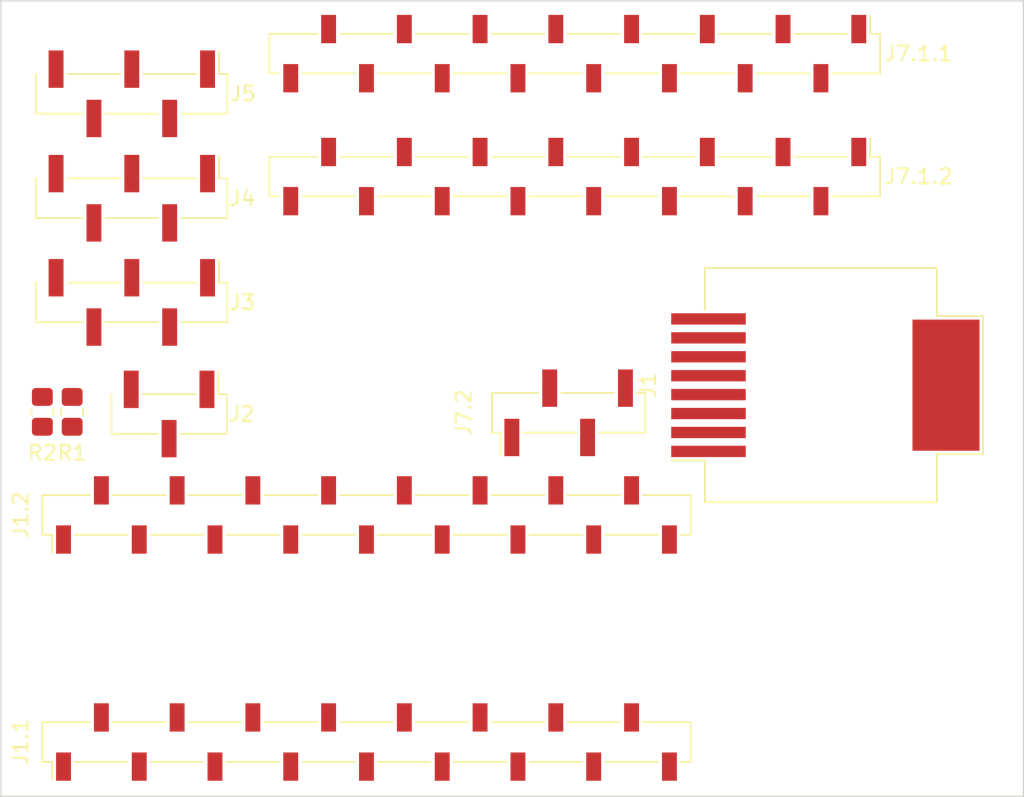
<source format=kicad_pcb>
(kicad_pcb (version 20240108) (generator "pcbnew") (generator_version "8.0")
  (title_block (date "sam. 04 avril 2015"))
  (layers (0 "F.Cu" signal) (31 "B.Cu" signal) (34 "B.Paste" user) (35 "F.Paste" user) (36 "B.SilkS" user "B.Silkscreen") (37 "F.SilkS" user "F.Silkscreen") (38 "B.Mask" user) (39 "F.Mask" user) (44 "Edge.Cuts" user))
  (net 0 "")
  (net 1 "/*D13")
  (net 2 "GND")
  (net 3 "/~{RESET}")
  (net 4 "VCC")
  (net 5 "/D14{slash}MISO")
  (net 6 "/D15{slash}SCK")
  (net 7 "/D12")
  (net 8 "/*D11")
  (net 9 "/*D10")
  (net 10 "/*D9")
  (net 11 "/D8")
  (net 12 "/D7")
  (net 13 "/*D6")
  (net 14 "/*D5")
  (net 15 "/D4")
  (net 16 "/*D3{slash}SCL")
  (net 17 "+5V")
  (net 18 "/A5")
  (net 19 "/A4")
  (net 20 "/A3")
  (net 21 "/A2")
  (net 22 "/A1")
  (net 23 "/A0")
  (net 24 "/AREF")
  (net 25 "/D2{slash}SDA")
  (net 26 "/B")
  (net 27 "/A")
  (net 28 "/D17{slash}SS")
  (net 29 "/D16{slash}MOSI")
  (net 30 "+3V3")
  (net 31 "/Z")
  (net 34 "Net-(J7.1.1-Pin_2)")
  (net 35 "Net-(J7.1.1-Pin_15)")
  (net 36 "Net-(J7.1.1-Pin_10)")
  (net 37 "Net-(J7.1.1-Pin_5)")
  (net 38 "Net-(J7.1.1-Pin_12)")
  (net 39 "Net-(J7.1.1-Pin_16)")
  (net 40 "Net-(J7.1.1-Pin_11)")
  (net 41 "Net-(J7.1.1-Pin_6)")
  (net 42 "Net-(J7.1.1-Pin_4)")
  (net 43 "Net-(J7.1.1-Pin_1)")
  (net 44 "Net-(J7.1.1-Pin_14)")
  (net 45 "Net-(J7.1.1-Pin_13)")
  (net 46 "Net-(J7.1.1-Pin_8)")
  (net 47 "Net-(J7.1.1-Pin_7)")
  (net 48 "Net-(J7.1.1-Pin_9)")
  (net 49 "Net-(J7.1.1-Pin_3)")
  (footprint "Connector_PinSocket_2.54mm:PinSocket_1x17_P2.54mm_Vertical_SMD_Pin1Left" (layer "F.Cu") (at 124.53 81.11 90)
    (property "Reference" "J1.2" (at 0 -23.19 90) (layer "F.SilkS"))
    (property "Value" "Analog")
    (fp_line (start 1.33 -21.75) (end 1.33 -18.54) (stroke (width 0.12)) (layer "F.SilkS"))
    (fp_line (start -1.33 -21.75) (end 1.33 -21.75) (stroke (width 0.12)) (layer "F.SilkS"))
    (fp_line (start -1.33 -21.75) (end -1.33 -21.08) (stroke (width 0.12)) (layer "F.SilkS"))
    (fp_line (start -2.54 -21.08) (end -1.33 -21.08) (stroke (width 0.12)) (layer "F.SilkS"))
    (fp_line (start -1.33 -19.56) (end -1.33 -16) (stroke (width 0.12)) (layer "F.SilkS"))
    (fp_line (start 1.33 -17.02) (end 1.33 -13.46) (stroke (width 0.12)) (layer "F.SilkS"))
    (fp_line (start -1.33 -14.48) (end -1.33 -10.92) (stroke (width 0.12)) (layer "F.SilkS"))
    (fp_line (start 1.33 -11.94) (end 1.33 -8.38) (stroke (width 0.12)) (layer "F.SilkS"))
    (fp_line (start -1.33 -9.4) (end -1.33 -5.84) (stroke (width 0.12)) (layer "F.SilkS"))
    (fp_line (start 1.33 -6.86) (end 1.33 -3.3) (stroke (width 0.12)) (layer "F.SilkS"))
    (fp_line (start -1.33 -4.32) (end -1.33 -0.76) (stroke (width 0.12)) (layer "F.SilkS"))
    (fp_line (start 1.33 -1.78) (end 1.33 1.78) (stroke (width 0.12)) (layer "F.SilkS"))
    (fp_line (start -1.33 0.76) (end -1.33 4.32) (stroke (width 0.12)) (layer "F.SilkS"))
    (fp_line (start 1.33 3.3) (end 1.33 6.86) (stroke (width 0.12)) (layer "F.SilkS"))
    (fp_line (start -1.33 5.84) (end -1.33 9.4) (stroke (width 0.12)) (layer "F.SilkS"))
    (fp_line (start 1.33 8.38) (end 1.33 11.94) (stroke (width 0.12)) (layer "F.SilkS"))
    (fp_line (start -1.33 10.92) (end -1.33 14.48) (stroke (width 0.12)) (layer "F.SilkS"))
    (fp_line (start 1.33 13.46) (end 1.33 17.02) (stroke (width 0.12)) (layer "F.SilkS"))
    (fp_line (start -1.33 16) (end -1.33 19.56) (stroke (width 0.12)) (layer "F.SilkS"))
    (fp_line (start 1.33 18.54) (end 1.33 21.75) (stroke (width 0.12)) (layer "F.SilkS"))
    (fp_line (start -1.33 21.08) (end -1.33 21.75) (stroke (width 0.12)) (layer "F.SilkS"))
    (fp_line (start -1.33 21.75) (end 1.33 21.75) (stroke (width 0.12)) (layer "F.SilkS"))
    (pad "1" smd rect (at -1.65 -20.32 90) (size 1.9 1) (layers "F.Cu" "F.Paste" "F.Mask") (net 1 "/*D13"))
    (pad "2" smd rect (at 1.65 -17.78 90) (size 1.9 1) (layers "F.Cu" "F.Paste" "F.Mask") (net 30 "+3V3"))
    (pad "3" smd rect (at -1.65 -15.24 90) (size 1.9 1) (layers "F.Cu" "F.Paste" "F.Mask") (net 24 "/AREF"))
    (pad "4" smd rect (at 1.65 -12.7 90) (size 1.9 1) (layers "F.Cu" "F.Paste" "F.Mask") (net 23 "/A0"))
    (pad "5" smd rect (at -1.65 -10.16 90) (size 1.9 1) (layers "F.Cu" "F.Paste" "F.Mask") (net 22 "/A1"))
    (pad "6" smd rect (at 1.65 -7.62 90) (size 1.9 1) (layers "F.Cu" "F.Paste" "F.Mask") (net 21 "/A2"))
    (pad "7" smd rect (at -1.65 -5.08 90) (size 1.9 1) (layers "F.Cu" "F.Paste" "F.Mask") (net 20 "/A3"))
    (pad "8" smd rect (at 1.65 -2.54 90) (size 1.9 1) (layers "F.Cu" "F.Paste" "F.Mask") (net 19 "/A4"))
    (pad "9" smd rect (at -1.65 0 90) (size 1.9 1) (layers "F.Cu" "F.Paste" "F.Mask") (net 18 "/A5"))
    (pad "10" smd rect (at 1.65 2.54 90) (size 1.9 1) (layers "F.Cu" "F.Paste" "F.Mask"))
    (pad "11" smd rect (at -1.65 5.08 90) (size 1.9 1) (layers "F.Cu" "F.Paste" "F.Mask"))
    (pad "12" smd rect (at 1.65 7.62 90) (size 1.9 1) (layers "F.Cu" "F.Paste" "F.Mask") (net 17 "+5V"))
    (pad "13" smd rect (at -1.65 10.16 90) (size 1.9 1) (layers "F.Cu" "F.Paste" "F.Mask") (net 3 "/~{RESET}"))
    (pad "14" smd rect (at 1.65 12.7 90) (size 1.9 1) (layers "F.Cu" "F.Paste" "F.Mask") (net 2 "GND"))
    (pad "15" smd rect (at -1.65 15.24 90) (size 1.9 1) (layers "F.Cu" "F.Paste" "F.Mask") (net 4 "VCC"))
    (pad "16" smd rect (at 1.65 17.78 90) (size 1.9 1) (layers "F.Cu" "F.Paste" "F.Mask") (net 5 "/D14{slash}MISO"))
    (pad "17" smd rect (at -1.65 20.32 90) (size 1.9 1) (layers "F.Cu" "F.Paste" "F.Mask") (net 6 "/D15{slash}SCK"))
  )
  (footprint "Connector_PinSocket_2.54mm:PinSocket_1x17_P2.54mm_Vertical_SMD_Pin1Left" (layer "F.Cu") (at 124.53 96.35 90)
    (property "Reference" "J1.1" (at 0 -23.19 90) (layer "F.SilkS"))
    (property "Value" "Digital")
    (fp_line (start 1.33 -21.75) (end 1.33 -18.54) (stroke (width 0.12)) (layer "F.SilkS"))
    (fp_line (start -1.33 -21.75) (end 1.33 -21.75) (stroke (width 0.12)) (layer "F.SilkS"))
    (fp_line (start -1.33 -21.75) (end -1.33 -21.08) (stroke (width 0.12)) (layer "F.SilkS"))
    (fp_line (start -2.54 -21.08) (end -1.33 -21.08) (stroke (width 0.12)) (layer "F.SilkS"))
    (fp_line (start -1.33 -19.56) (end -1.33 -16) (stroke (width 0.12)) (layer "F.SilkS"))
    (fp_line (start 1.33 -17.02) (end 1.33 -13.46) (stroke (width 0.12)) (layer "F.SilkS"))
    (fp_line (start -1.33 -14.48) (end -1.33 -10.92) (stroke (width 0.12)) (layer "F.SilkS"))
    (fp_line (start 1.33 -11.94) (end 1.33 -8.38) (stroke (width 0.12)) (layer "F.SilkS"))
    (fp_line (start -1.33 -9.4) (end -1.33 -5.84) (stroke (width 0.12)) (layer "F.SilkS"))
    (fp_line (start 1.33 -6.86) (end 1.33 -3.3) (stroke (width 0.12)) (layer "F.SilkS"))
    (fp_line (start -1.33 -4.32) (end -1.33 -0.76) (stroke (width 0.12)) (layer "F.SilkS"))
    (fp_line (start 1.33 -1.78) (end 1.33 1.78) (stroke (width 0.12)) (layer "F.SilkS"))
    (fp_line (start -1.33 0.76) (end -1.33 4.32) (stroke (width 0.12)) (layer "F.SilkS"))
    (fp_line (start 1.33 3.3) (end 1.33 6.86) (stroke (width 0.12)) (layer "F.SilkS"))
    (fp_line (start -1.33 5.84) (end -1.33 9.4) (stroke (width 0.12)) (layer "F.SilkS"))
    (fp_line (start 1.33 8.38) (end 1.33 11.94) (stroke (width 0.12)) (layer "F.SilkS"))
    (fp_line (start -1.33 10.92) (end -1.33 14.48) (stroke (width 0.12)) (layer "F.SilkS"))
    (fp_line (start 1.33 13.46) (end 1.33 17.02) (stroke (width 0.12)) (layer "F.SilkS"))
    (fp_line (start -1.33 16) (end -1.33 19.56) (stroke (width 0.12)) (layer "F.SilkS"))
    (fp_line (start 1.33 18.54) (end 1.33 21.75) (stroke (width 0.12)) (layer "F.SilkS"))
    (fp_line (start -1.33 21.08) (end -1.33 21.75) (stroke (width 0.12)) (layer "F.SilkS"))
    (fp_line (start -1.33 21.75) (end 1.33 21.75) (stroke (width 0.12)) (layer "F.SilkS"))
    (pad "1" smd rect (at -1.65 -20.32 90) (size 1.9 1) (layers "F.Cu" "F.Paste" "F.Mask") (net 7 "/D12"))
    (pad "2" smd rect (at 1.65 -17.78 90) (size 1.9 1) (layers "F.Cu" "F.Paste" "F.Mask") (net 8 "/*D11"))
    (pad "3" smd rect (at -1.65 -15.24 90) (size 1.9 1) (layers "F.Cu" "F.Paste" "F.Mask") (net 9 "/*D10"))
    (pad "4" smd rect (at 1.65 -12.7 90) (size 1.9 1) (layers "F.Cu" "F.Paste" "F.Mask") (net 10 "/*D9"))
    (pad "5" smd rect (at -1.65 -10.16 90) (size 1.9 1) (layers "F.Cu" "F.Paste" "F.Mask") (net 11 "/D8"))
    (pad "6" smd rect (at 1.65 -7.62 90) (size 1.9 1) (layers "F.Cu" "F.Paste" "F.Mask") (net 12 "/D7"))
    (pad "7" smd rect (at -1.65 -5.08 90) (size 1.9 1) (layers "F.Cu" "F.Paste" "F.Mask") (net 13 "/*D6"))
    (pad "8" smd rect (at 1.65 -2.54 90) (size 1.9 1) (layers "F.Cu" "F.Paste" "F.Mask") (net 14 "/*D5"))
    (pad "9" smd rect (at -1.65 0 90) (size 1.9 1) (layers "F.Cu" "F.Paste" "F.Mask") (net 15 "/D4"))
    (pad "10" smd rect (at 1.65 2.54 90) (size 1.9 1) (layers "F.Cu" "F.Paste" "F.Mask") (net 16 "/*D3{slash}SCL"))
    (pad "11" smd rect (at -1.65 5.08 90) (size 1.9 1) (layers "F.Cu" "F.Paste" "F.Mask") (net 25 "/D2{slash}SDA"))
    (pad "12" smd rect (at 1.65 7.62 90) (size 1.9 1) (layers "F.Cu" "F.Paste" "F.Mask") (net 2 "GND"))
    (pad "13" smd rect (at -1.65 10.16 90) (size 1.9 1) (layers "F.Cu" "F.Paste" "F.Mask") (net 3 "/~{RESET}"))
    (pad "14" smd rect (at 1.65 12.7 90) (size 1.9 1) (layers "F.Cu" "F.Paste" "F.Mask") (net 27 "/A"))
    (pad "15" smd rect (at -1.65 15.24 90) (size 1.9 1) (layers "F.Cu" "F.Paste" "F.Mask") (net 26 "/B"))
    (pad "16" smd rect (at 1.65 17.78 90) (size 1.9 1) (layers "F.Cu" "F.Paste" "F.Mask") (net 28 "/D17{slash}SS"))
    (pad "17" smd rect (at -1.65 20.32 90) (size 1.9 1) (layers "F.Cu" "F.Paste" "F.Mask") (net 29 "/D16{slash}MOSI"))
  )
  (footprint "Resistor_SMD:R_0805_2012Metric_Pad1.20x1.40mm_HandSolder" (layer "F.Cu") (at 102.79 74.19 90)
    (property "Reference" "R2" (at -2.75 0 0) (layer "F.SilkS"))
    (property "Value" "1k")
    (fp_line (start -0.227064 -0.735) (end 0.227064 -0.735) (stroke (width 0.12)) (layer "F.SilkS"))
    (fp_line (start -0.227064 0.735) (end 0.227064 0.735) (stroke (width 0.12)) (layer "F.SilkS"))
    (pad "1" smd roundrect (at -1 0 90) (size 1.2 1.4) (layers "F.Cu" "F.Paste" "F.Mask") (roundrect_rratio 0.208333) (net 17 "+5V"))
    (pad "2" smd roundrect (at 1 0 90) (size 1.2 1.4) (layers "F.Cu" "F.Paste" "F.Mask") (roundrect_rratio 0.208333) (net 26 "/B"))
  )
  (footprint "Connector_PinHeader_2.54mm:PinHeader_1x03_P2.54mm_Vertical_SMD_Pin1Left" (layer "F.Cu") (at 111.29 74.335 -90)
    (property "Reference" "J2" (at 0 -4.87 180) (layer "F.SilkS"))
    (property "Value" "Handbrake")
    (fp_line (start -1.33 3.87) (end 1.33 3.87) (stroke (width 0.12)) (layer "F.SilkS"))
    (fp_line (start 1.33 3.3) (end 1.33 3.87) (stroke (width 0.12)) (layer "F.SilkS"))
    (fp_line (start 1.33 0.76) (end 1.33 3.87) (stroke (width 0.12)) (layer "F.SilkS"))
    (fp_line (start -1.33 -1.78) (end -1.33 1.78) (stroke (width 0.12)) (layer "F.SilkS"))
    (fp_line (start -1.33 -3.3) (end -2.85 -3.3) (stroke (width 0.12)) (layer "F.SilkS"))
    (fp_line (start -1.33 -3.87) (end -1.33 -3.3) (stroke (width 0.12)) (layer "F.SilkS"))
    (fp_line (start -1.33 -3.87) (end 1.33 -3.87) (stroke (width 0.12)) (layer "F.SilkS"))
    (fp_line (start 1.33 -3.87) (end 1.33 -0.76) (stroke (width 0.12)) (layer "F.SilkS"))
    (pad "1" smd rect (at -1.655 -2.54 270) (size 2.51 1) (layers "F.Cu" "F.Paste" "F.Mask") (net 2 "GND"))
    (pad "2" smd rect (at 1.655 0 270) (size 2.51 1) (layers "F.Cu" "F.Paste" "F.Mask") (net 17 "+5V"))
    (pad "3" smd rect (at -1.655 2.54 270) (size 2.51 1) (layers "F.Cu" "F.Paste" "F.Mask") (net 20 "/A3"))
  )
  (footprint "Connector_PinHeader_2.54mm:PinHeader_1x05_P2.54mm_Vertical_SMD_Pin1Left" (layer "F.Cu") (at 108.79 66.845 -90)
    (property "Reference" "J3" (at 0 -7.41 180) (layer "F.SilkS"))
    (property "Value" "Encoder")
    (fp_line (start -1.33 6.41) (end 1.33 6.41) (stroke (width 0.12)) (layer "F.SilkS"))
    (fp_line (start 1.33 5.84) (end 1.33 6.41) (stroke (width 0.12)) (layer "F.SilkS"))
    (fp_line (start 1.33 3.3) (end 1.33 6.41) (stroke (width 0.12)) (layer "F.SilkS"))
    (fp_line (start -1.33 0.76) (end -1.33 4.32) (stroke (width 0.12)) (layer "F.SilkS"))
    (fp_line (start 1.33 -1.78) (end 1.33 1.78) (stroke (width 0.12)) (layer "F.SilkS"))
    (fp_line (start -1.33 -4.32) (end -1.33 -0.76) (stroke (width 0.12)) (layer "F.SilkS"))
    (fp_line (start -1.33 -5.84) (end -2.85 -5.84) (stroke (width 0.12)) (layer "F.SilkS"))
    (fp_line (start -1.33 -6.41) (end -1.33 -5.84) (stroke (width 0.12)) (layer "F.SilkS"))
    (fp_line (start -1.33 -6.41) (end 1.33 -6.41) (stroke (width 0.12)) (layer "F.SilkS"))
    (fp_line (start 1.33 -6.41) (end 1.33 -3.3) (stroke (width 0.12)) (layer "F.SilkS"))
    (pad "1" smd rect (at -1.655 -5.08 270) (size 2.51 1) (layers "F.Cu" "F.Paste" "F.Mask") (net 2 "GND"))
    (pad "2" smd rect (at 1.655 -2.54 270) (size 2.51 1) (layers "F.Cu" "F.Paste" "F.Mask") (net 17 "+5V"))
    (pad "3" smd rect (at -1.655 0 270) (size 2.51 1) (layers "F.Cu" "F.Paste" "F.Mask") (net 27 "/A"))
    (pad "4" smd rect (at 1.655 2.54 270) (size 2.51 1) (layers "F.Cu" "F.Paste" "F.Mask") (net 26 "/B"))
    (pad "5" smd rect (at -1.655 5.08 270) (size 2.51 1) (layers "F.Cu" "F.Paste" "F.Mask") (net 31 "/Z"))
  )
  (footprint "Connector_PinSocket_2.54mm:PinSocket_1x16_P2.54mm_Vertical_SMD_Pin1Left" (layer "F.Cu") (at 138.5 58.4 -90)
    (property "Reference" "J7.1.2" (at 0 -23.06 0) (layer "F.SilkS"))
    (property "Value" "PCF8574 LCD Socekt")
    (fp_line (start -1.33 20.48) (end 1.33 20.48) (stroke (width 0.12)) (layer "F.SilkS"))
    (fp_line (start 1.33 19.81) (end 1.33 20.48) (stroke (width 0.12)) (layer "F.SilkS"))
    (fp_line (start -1.33 17.27) (end -1.33 20.48) (stroke (width 0.12)) (layer "F.SilkS"))
    (fp_line (start 1.33 14.73) (end 1.33 18.29) (stroke (width 0.12)) (layer "F.SilkS"))
    (fp_line (start -1.33 12.19) (end -1.33 15.75) (stroke (width 0.12)) (layer "F.SilkS"))
    (fp_line (start 1.33 9.65) (end 1.33 13.21) (stroke (width 0.12)) (layer "F.SilkS"))
    (fp_line (start -1.33 7.11) (end -1.33 10.67) (stroke (width 0.12)) (layer "F.SilkS"))
    (fp_line (start 1.33 4.57) (end 1.33 8.13) (stroke (width 0.12)) (layer "F.SilkS"))
    (fp_line (start -1.33 2.03) (end -1.33 5.59) (stroke (width 0.12)) (layer "F.SilkS"))
    (fp_line (start 1.33 -0.51) (end 1.33 3.05) (stroke (width 0.12)) (layer "F.SilkS"))
    (fp_line (start -1.33 -3.05) (end -1.33 0.51) (stroke (width 0.12)) (layer "F.SilkS"))
    (fp_line (start 1.33 -5.59) (end 1.33 -2.03) (stroke (width 0.12)) (layer "F.SilkS"))
    (fp_line (start -1.33 -8.13) (end -1.33 -4.57) (stroke (width 0.12)) (layer "F.SilkS"))
    (fp_line (start 1.33 -10.67) (end 1.33 -7.11) (stroke (width 0.12)) (layer "F.SilkS"))
    (fp_line (start -1.33 -13.21) (end -1.33 -9.65) (stroke (width 0.12)) (layer "F.SilkS"))
    (fp_line (start 1.33 -15.75) (end 1.33 -12.19) (stroke (width 0.12)) (layer "F.SilkS"))
    (fp_line (start -1.33 -18.29) (end -1.33 -14.73) (stroke (width 0.12)) (layer "F.SilkS"))
    (fp_line (start -2.54 -19.81) (end -1.33 -19.81) (stroke (width 0.12)) (layer "F.SilkS"))
    (fp_line (start -1.33 -20.48) (end -1.33 -19.81) (stroke (width 0.12)) (layer "F.SilkS"))
    (fp_line (start -1.33 -20.48) (end 1.33 -20.48) (stroke (width 0.12)) (layer "F.SilkS"))
    (fp_line (start 1.33 -20.48) (end 1.33 -17.27) (stroke (width 0.12)) (layer "F.SilkS"))
    (pad "1" smd rect (at -1.65 -19.05 270) (size 1.9 1) (layers "F.Cu" "F.Paste" "F.Mask") (net 43 "Net-(J7.1.1-Pin_1)"))
    (pad "2" smd rect (at 1.65 -16.51 270) (size 1.9 1) (layers "F.Cu" "F.Paste" "F.Mask") (net 34 "Net-(J7.1.1-Pin_2)"))
    (pad "3" smd rect (at -1.65 -13.97 270) (size 1.9 1) (layers "F.Cu" "F.Paste" "F.Mask") (net 49 "Net-(J7.1.1-Pin_3)"))
    (pad "4" smd rect (at 1.65 -11.43 270) (size 1.9 1) (layers "F.Cu" "F.Paste" "F.Mask") (net 42 "Net-(J7.1.1-Pin_4)"))
    (pad "5" smd rect (at -1.65 -8.89 270) (size 1.9 1) (layers "F.Cu" "F.Paste" "F.Mask") (net 37 "Net-(J7.1.1-Pin_5)"))
    (pad "6" smd rect (at 1.65 -6.35 270) (size 1.9 1) (layers "F.Cu" "F.Paste" "F.Mask") (net 41 "Net-(J7.1.1-Pin_6)"))
    (pad "7" smd rect (at -1.65 -3.81 270) (size 1.9 1) (layers "F.Cu" "F.Paste" "F.Mask") (net 47 "Net-(J7.1.1-Pin_7)"))
    (pad "8" smd rect (at 1.65 -1.27 270) (size 1.9 1) (layers "F.Cu" "F.Paste" "F.Mask") (net 46 "Net-(J7.1.1-Pin_8)"))
    (pad "9" smd rect (at -1.65 1.27 270) (size 1.9 1) (layers "F.Cu" "F.Paste" "F.Mask") (net 48 "Net-(J7.1.1-Pin_9)"))
    (pad "10" smd rect (at 1.65 3.81 270) (size 1.9 1) (layers "F.Cu" "F.Paste" "F.Mask") (net 36 "Net-(J7.1.1-Pin_10)"))
    (pad "11" smd rect (at -1.65 6.35 270) (size 1.9 1) (layers "F.Cu" "F.Paste" "F.Mask") (net 40 "Net-(J7.1.1-Pin_11)"))
    (pad "12" smd rect (at 1.65 8.89 270) (size 1.9 1) (layers "F.Cu" "F.Paste" "F.Mask") (net 38 "Net-(J7.1.1-Pin_12)"))
    (pad "13" smd rect (at -1.65 11.43 270) (size 1.9 1) (layers "F.Cu" "F.Paste" "F.Mask") (net 45 "Net-(J7.1.1-Pin_13)"))
    (pad "14" smd rect (at 1.65 13.97 270) (size 1.9 1) (layers "F.Cu" "F.Paste" "F.Mask") (net 44 "Net-(J7.1.1-Pin_14)"))
    (pad "15" smd rect (at -1.65 16.51 270) (size 1.9 1) (layers "F.Cu" "F.Paste" "F.Mask") (net 35 "Net-(J7.1.1-Pin_15)"))
    (pad "16" smd rect (at 1.65 19.05 270) (size 1.9 1) (layers "F.Cu" "F.Paste" "F.Mask") (net 39 "Net-(J7.1.1-Pin_16)"))
  )
  (footprint "Connector_PinSocket_2.54mm:PinSocket_1x16_P2.54mm_Vertical_SMD_Pin1Left" (layer "F.Cu") (at 138.5 50.15 -90)
    (property "Reference" "J7.1.1" (at 0 -23.06 0) (layer "F.SilkS"))
    (property "Value" "LCD Socket")
    (fp_line (start -1.33 20.48) (end 1.33 20.48) (stroke (width 0.12)) (layer "F.SilkS"))
    (fp_line (start 1.33 19.81) (end 1.33 20.48) (stroke (width 0.12)) (layer "F.SilkS"))
    (fp_line (start -1.33 17.27) (end -1.33 20.48) (stroke (width 0.12)) (layer "F.SilkS"))
    (fp_line (start 1.33 14.73) (end 1.33 18.29) (stroke (width 0.12)) (layer "F.SilkS"))
    (fp_line (start -1.33 12.19) (end -1.33 15.75) (stroke (width 0.12)) (layer "F.SilkS"))
    (fp_line (start 1.33 9.65) (end 1.33 13.21) (stroke (width 0.12)) (layer "F.SilkS"))
    (fp_line (start -1.33 7.11) (end -1.33 10.67) (stroke (width 0.12)) (layer "F.SilkS"))
    (fp_line (start 1.33 4.57) (end 1.33 8.13) (stroke (width 0.12)) (layer "F.SilkS"))
    (fp_line (start -1.33 2.03) (end -1.33 5.59) (stroke (width 0.12)) (layer "F.SilkS"))
    (fp_line (start 1.33 -0.51) (end 1.33 3.05) (stroke (width 0.12)) (layer "F.SilkS"))
    (fp_line (start -1.33 -3.05) (end -1.33 0.51) (stroke (width 0.12)) (layer "F.SilkS"))
    (fp_line (start 1.33 -5.59) (end 1.33 -2.03) (stroke (width 0.12)) (layer "F.SilkS"))
    (fp_line (start -1.33 -8.13) (end -1.33 -4.57) (stroke (width 0.12)) (layer "F.SilkS"))
    (fp_line (start 1.33 -10.67) (end 1.33 -7.11) (stroke (width 0.12)) (layer "F.SilkS"))
    (fp_line (start -1.33 -13.21) (end -1.33 -9.65) (stroke (width 0.12)) (layer "F.SilkS"))
    (fp_line (start 1.33 -15.75) (end 1.33 -12.19) (stroke (width 0.12)) (layer "F.SilkS"))
    (fp_line (start -1.33 -18.29) (end -1.33 -14.73) (stroke (width 0.12)) (layer "F.SilkS"))
    (fp_line (start -2.54 -19.81) (end -1.33 -19.81) (stroke (width 0.12)) (layer "F.SilkS"))
    (fp_line (start -1.33 -20.48) (end -1.33 -19.81) (stroke (width 0.12)) (layer "F.SilkS"))
    (fp_line (start -1.33 -20.48) (end 1.33 -20.48) (stroke (width 0.12)) (layer "F.SilkS"))
    (fp_line (start 1.33 -20.48) (end 1.33 -17.27) (stroke (width 0.12)) (layer "F.SilkS"))
    (pad "1" smd rect (at -1.65 -19.05 270) (size 1.9 1) (layers "F.Cu" "F.Paste" "F.Mask") (net 43 "Net-(J7.1.1-Pin_1)"))
    (pad "2" smd rect (at 1.65 -16.51 270) (size 1.9 1) (layers "F.Cu" "F.Paste" "F.Mask") (net 34 "Net-(J7.1.1-Pin_2)"))
    (pad "3" smd rect (at -1.65 -13.97 270) (size 1.9 1) (layers "F.Cu" "F.Paste" "F.Mask") (net 49 "Net-(J7.1.1-Pin_3)"))
    (pad "4" smd rect (at 1.65 -11.43 270) (size 1.9 1) (layers "F.Cu" "F.Paste" "F.Mask") (net 42 "Net-(J7.1.1-Pin_4)"))
    (pad "5" smd rect (at -1.65 -8.89 270) (size 1.9 1) (layers "F.Cu" "F.Paste" "F.Mask") (net 37 "Net-(J7.1.1-Pin_5)"))
    (pad "6" smd rect (at 1.65 -6.35 270) (size 1.9 1) (layers "F.Cu" "F.Paste" "F.Mask") (net 41 "Net-(J7.1.1-Pin_6)"))
    (pad "7" smd rect (at -1.65 -3.81 270) (size 1.9 1) (layers "F.Cu" "F.Paste" "F.Mask") (net 47 "Net-(J7.1.1-Pin_7)"))
    (pad "8" smd rect (at 1.65 -1.27 270) (size 1.9 1) (layers "F.Cu" "F.Paste" "F.Mask") (net 46 "Net-(J7.1.1-Pin_8)"))
    (pad "9" smd rect (at -1.65 1.27 270) (size 1.9 1) (layers "F.Cu" "F.Paste" "F.Mask") (net 48 "Net-(J7.1.1-Pin_9)"))
    (pad "10" smd rect (at 1.65 3.81 270) (size 1.9 1) (layers "F.Cu" "F.Paste" "F.Mask") (net 36 "Net-(J7.1.1-Pin_10)"))
    (pad "11" smd rect (at -1.65 6.35 270) (size 1.9 1) (layers "F.Cu" "F.Paste" "F.Mask") (net 40 "Net-(J7.1.1-Pin_11)"))
    (pad "12" smd rect (at 1.65 8.89 270) (size 1.9 1) (layers "F.Cu" "F.Paste" "F.Mask") (net 38 "Net-(J7.1.1-Pin_12)"))
    (pad "13" smd rect (at -1.65 11.43 270) (size 1.9 1) (layers "F.Cu" "F.Paste" "F.Mask") (net 45 "Net-(J7.1.1-Pin_13)"))
    (pad "14" smd rect (at 1.65 13.97 270) (size 1.9 1) (layers "F.Cu" "F.Paste" "F.Mask") (net 44 "Net-(J7.1.1-Pin_14)"))
    (pad "15" smd rect (at -1.65 16.51 270) (size 1.9 1) (layers "F.Cu" "F.Paste" "F.Mask") (net 35 "Net-(J7.1.1-Pin_15)"))
    (pad "16" smd rect (at 1.65 19.05 270) (size 1.9 1) (layers "F.Cu" "F.Paste" "F.Mask") (net 39 "Net-(J7.1.1-Pin_16)"))
  )
  (footprint "Resistor_SMD:R_0805_2012Metric_Pad1.20x1.40mm_HandSolder" (layer "F.Cu") (at 104.79 74.19 90)
    (property "Reference" "R1" (at -2.75 0 0) (layer "F.SilkS"))
    (property "Value" "1k")
    (fp_line (start -0.227064 -0.735) (end 0.227064 -0.735) (stroke (width 0.12)) (layer "F.SilkS"))
    (fp_line (start -0.227064 0.735) (end 0.227064 0.735) (stroke (width 0.12)) (layer "F.SilkS"))
    (pad "1" smd roundrect (at -1 0 90) (size 1.2 1.4) (layers "F.Cu" "F.Paste" "F.Mask") (roundrect_rratio 0.208333) (net 17 "+5V"))
    (pad "2" smd roundrect (at 1 0 90) (size 1.2 1.4) (layers "F.Cu" "F.Paste" "F.Mask") (roundrect_rratio 0.208333) (net 27 "/A"))
  )
  (footprint "Connector_PinHeader_2.54mm:PinHeader_1x04_P2.54mm_Vertical_SMD_Pin1Left" (layer "F.Cu") (at 138.09 74.255 90)
    (property "Reference" "J7.2" (at 0 -7.04 90) (layer "F.SilkS"))
    (property "Value" "PCF8574 I²C")
    (fp_line (start 1.33 -5.14) (end 1.33 -2.03) (stroke (width 0.12)) (layer "F.SilkS"))
    (fp_line (start -1.33 -5.14) (end 1.33 -5.14) (stroke (width 0.12)) (layer "F.SilkS"))
    (fp_line (start -1.33 -5.14) (end -1.33 -4.57) (stroke (width 0.12)) (layer "F.SilkS"))
    (fp_line (start -1.33 -4.57) (end -2.85 -4.57) (stroke (width 0.12)) (layer "F.SilkS"))
    (fp_line (start -1.33 -3.05) (end -1.33 0.51) (stroke (width 0.12)) (layer "F.SilkS"))
    (fp_line (start 1.33 -0.51) (end 1.33 3.05) (stroke (width 0.12)) (layer "F.SilkS"))
    (fp_line (start -1.33 2.03) (end -1.33 5.14) (stroke (width 0.12)) (layer "F.SilkS"))
    (fp_line (start 1.33 4.57) (end 1.33 5.14) (stroke (width 0.12)) (layer "F.SilkS"))
    (fp_line (start -1.33 5.14) (end 1.33 5.14) (stroke (width 0.12)) (layer "F.SilkS"))
    (pad "1" smd rect (at -1.655 -3.81 90) (size 2.51 1) (layers "F.Cu" "F.Paste" "F.Mask") (net 2 "GND"))
    (pad "2" smd rect (at 1.655 -1.27 90) (size 2.51 1) (layers "F.Cu" "F.Paste" "F.Mask") (net 17 "+5V"))
    (pad "3" smd rect (at -1.655 1.27 90) (size 2.51 1) (layers "F.Cu" "F.Paste" "F.Mask") (net 25 "/D2{slash}SDA"))
    (pad "4" smd rect (at 1.655 3.81 90) (size 2.51 1) (layers "F.Cu" "F.Paste" "F.Mask") (net 16 "/*D3{slash}SCL"))
  )
  (footprint "Connector_PinHeader_2.54mm:PinHeader_1x05_P2.54mm_Vertical_SMD_Pin1Left" (layer "F.Cu") (at 108.79 59.855 -90)
    (property "Reference" "J4" (at 0 -7.41 180) (layer "F.SilkS"))
    (property "Value" "Joystick")
    (fp_line (start -1.33 6.41) (end 1.33 6.41) (stroke (width 0.12)) (layer "F.SilkS"))
    (fp_line (start 1.33 5.84) (end 1.33 6.41) (stroke (width 0.12)) (layer "F.SilkS"))
    (fp_line (start 1.33 3.3) (end 1.33 6.41) (stroke (width 0.12)) (layer "F.SilkS"))
    (fp_line (start -1.33 0.76) (end -1.33 4.32) (stroke (width 0.12)) (layer "F.SilkS"))
    (fp_line (start 1.33 -1.78) (end 1.33 1.78) (stroke (width 0.12)) (layer "F.SilkS"))
    (fp_line (start -1.33 -4.32) (end -1.33 -0.76) (stroke (width 0.12)) (layer "F.SilkS"))
    (fp_line (start -1.33 -5.84) (end -2.85 -5.84) (stroke (width 0.12)) (layer "F.SilkS"))
    (fp_line (start -1.33 -6.41) (end -1.33 -5.84) (stroke (width 0.12)) (layer "F.SilkS"))
    (fp_line (start -1.33 -6.41) (end 1.33 -6.41) (stroke (width 0.12)) (layer "F.SilkS"))
    (fp_line (start 1.33 -6.41) (end 1.33 -3.3) (stroke (width 0.12)) (layer "F.SilkS"))
    (pad "1" smd rect (at -1.655 -5.08 270) (size 2.51 1) (layers "F.Cu" "F.Paste" "F.Mask") (net 2 "GND"))
    (pad "2" smd rect (at 1.655 -2.54 270) (size 2.51 1) (layers "F.Cu" "F.Paste" "F.Mask") (net 17 "+5V"))
    (pad "3" smd rect (at -1.655 0 270) (size 2.51 1) (layers "F.Cu" "F.Paste" "F.Mask") (net 19 "/A4"))
    (pad "4" smd rect (at 1.655 2.54 270) (size 2.51 1) (layers "F.Cu" "F.Paste" "F.Mask") (net 18 "/A5"))
    (pad "5" smd rect (at -1.655 5.08 270) (size 2.51 1) (layers "F.Cu" "F.Paste" "F.Mask") (net 8 "/*D11"))
  )
  (footprint "Connector_RJ:RJ45_Molex_0855135013_Vertical" (layer "F.Cu") (at 155.31 72.4 90)
    (property "Reference" "J1" (at 0 -11.89 90) (layer "F.SilkS"))
    (property "Value" "RJ45")
    (fp_line (start 7.86 -8.08) (end 5.08 -8.08) (stroke (width 0.12)) (layer "F.SilkS"))
    (fp_line (start -5.065 -8.08) (end -5.065 -10.34) (stroke (width 0.12)) (layer "F.SilkS"))
    (fp_line (start -7.86 -8.08) (end -5.065 -8.08) (stroke (width 0.12)) (layer "F.SilkS"))
    (fp_line (start -7.86 -8.08) (end -7.86 7.48) (stroke (width 0.12)) (layer "F.SilkS"))
    (fp_line (start 7.86 7.48) (end 7.86 -8.08) (stroke (width 0.12)) (layer "F.SilkS"))
    (fp_line (start 4.64 7.48) (end 7.86 7.48) (stroke (width 0.12)) (layer "F.SilkS"))
    (fp_line (start -4.64 7.48) (end -4.64 10.58) (stroke (width 0.12)) (layer "F.SilkS"))
    (fp_line (start -7.86 7.48) (end -4.64 7.48) (stroke (width 0.12)) (layer "F.SilkS"))
    (fp_line (start 4.64 10.58) (end 4.64 7.48) (stroke (width 0.12)) (layer "F.SilkS"))
    (fp_line (start -4.64 10.58) (end 4.64 10.58) (stroke (width 0.12)) (layer "F.SilkS"))
    (pad "1" smd rect (at -4.445 -7.84 270) (size 0.76 5) (layers "F.Cu" "F.Paste" "F.Mask") (net 2 "GND"))
    (pad "2" smd rect (at -3.175 -7.84 270) (size 0.76 5) (layers "F.Cu" "F.Paste" "F.Mask") (net 2 "GND"))
    (pad "3" smd rect (at -1.905 -7.84 270) (size 0.76 5) (layers "F.Cu" "F.Paste" "F.Mask") (net 17 "+5V"))
    (pad "4" smd rect (at -0.635 -7.84 270) (size 0.76 5) (layers "F.Cu" "F.Paste" "F.Mask") (net 17 "+5V"))
    (pad "5" smd rect (at 0.635 -7.84 270) (size 0.76 5) (layers "F.Cu" "F.Paste" "F.Mask") (net 25 "/D2{slash}SDA"))
    (pad "6" smd rect (at 1.905 -7.84 270) (size 0.76 5) (layers "F.Cu" "F.Paste" "F.Mask") (net 25 "/D2{slash}SDA"))
    (pad "7" smd rect (at 3.175 -7.84 270) (size 0.76 5) (layers "F.Cu" "F.Paste" "F.Mask") (net 16 "/*D3{slash}SCL"))
    (pad "8" smd rect (at 4.445 -7.84 270) (size 0.76 5) (layers "F.Cu" "F.Paste" "F.Mask") (net 16 "/*D3{slash}SCL"))
    (pad "L" smd rect (at 0 8.09 270) (size 8.8 4.5) (layers "F.Cu" "F.Paste" "F.Mask"))
  )
  (footprint "Connector_PinHeader_2.54mm:PinHeader_1x05_P2.54mm_Vertical_SMD_Pin1Left" (layer "F.Cu") (at 108.79 52.845 -90)
    (property "Reference" "J5" (at 0 -7.46 180) (layer "F.SilkS"))
    (property "Value" "Pedals")
    (fp_line (start -1.33 6.41) (end 1.33 6.41) (stroke (width 0.12)) (layer "F.SilkS"))
    (fp_line (start 1.33 5.84) (end 1.33 6.41) (stroke (width 0.12)) (layer "F.SilkS"))
    (fp_line (start 1.33 3.3) (end 1.33 6.41) (stroke (width 0.12)) (layer "F.SilkS"))
    (fp_line (start -1.33 0.76) (end -1.33 4.32) (stroke (width 0.12)) (layer "F.SilkS"))
    (fp_line (start 1.33 -1.78) (end 1.33 1.78) (stroke (width 0.12)) (layer "F.SilkS"))
    (fp_line (start -1.33 -4.32) (end -1.33 -0.76) (stroke (width 0.12)) (layer "F.SilkS"))
    (fp_line (start -1.33 -5.84) (end -2.85 -5.84) (stroke (width 0.12)) (layer "F.SilkS"))
    (fp_line (start -1.33 -6.41) (end -1.33 -5.84) (stroke (width 0.12)) (layer "F.SilkS"))
    (fp_line (start -1.33 -6.41) (end 1.33 -6.41) (stroke (width 0.12)) (layer "F.SilkS"))
    (fp_line (start 1.33 -6.41) (end 1.33 -3.3) (stroke (width 0.12)) (layer "F.SilkS"))
    (pad "1" smd rect (at -1.655 -5.08 270) (size 2.51 1) (layers "F.Cu" "F.Paste" "F.Mask") (net 2 "GND"))
    (pad "2" smd rect (at 1.655 -2.54 270) (size 2.51 1) (layers "F.Cu" "F.Paste" "F.Mask") (net 17 "+5V"))
    (pad "3" smd rect (at -1.655 0 270) (size 2.51 1) (layers "F.Cu" "F.Paste" "F.Mask") (net 23 "/A0"))
    (pad "4" smd rect (at 1.655 2.54 270) (size 2.51 1) (layers "F.Cu" "F.Paste" "F.Mask") (net 22 "/A1"))
    (pad "5" smd rect (at -1.655 5.08 270) (size 2.51 1) (layers "F.Cu" "F.Paste" "F.Mask") (net 21 "/A2"))
  )
  (gr_rect (start 100 46.6) (end 168.6 100) (stroke (width 0.1)) (fill none) (layer "Edge.Cuts"))
)
</source>
